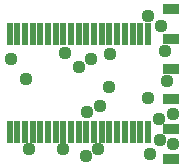
<source format=gbs>
G75*
G70*
%OFA0B0*%
%FSLAX24Y24*%
%IPPOS*%
%LPD*%
%AMOC8*
5,1,8,0,0,1.08239X$1,22.5*
%
%ADD10R,0.0580X0.0330*%
%ADD11R,0.0218X0.0751*%
%ADD12C,0.0437*%
D10*
X009601Y000448D03*
X009601Y001448D03*
X009601Y002448D03*
X009601Y003448D03*
X009601Y004448D03*
X009601Y005448D03*
D11*
X004238Y001366D03*
X004494Y001366D03*
X004749Y001366D03*
X005005Y001366D03*
X005261Y001366D03*
X005517Y001366D03*
X005773Y001366D03*
X006029Y001366D03*
X006285Y001366D03*
X006541Y001366D03*
X006797Y001366D03*
X007053Y001366D03*
X007309Y001366D03*
X007564Y001366D03*
X007820Y001366D03*
X008076Y001366D03*
X008332Y001366D03*
X008588Y001366D03*
X008844Y001366D03*
X008844Y004610D03*
X008588Y004610D03*
X008332Y004610D03*
X008076Y004610D03*
X007820Y004610D03*
X007564Y004610D03*
X007309Y004610D03*
X007053Y004610D03*
X006797Y004610D03*
X006541Y004610D03*
X006285Y004610D03*
X006029Y004610D03*
X005773Y004610D03*
X005517Y004610D03*
X005261Y004610D03*
X005005Y004610D03*
X004749Y004610D03*
X004494Y004610D03*
X004238Y004610D03*
D12*
X004279Y003797D03*
X004782Y003119D03*
X006080Y003978D03*
X006550Y003508D03*
X006931Y003778D03*
X007591Y003938D03*
X009271Y004878D03*
X008851Y005228D03*
X009411Y004038D03*
X009481Y003058D03*
X008861Y002498D03*
X009691Y001938D03*
X009201Y001798D03*
X009231Y001068D03*
X009691Y000938D03*
X008921Y000608D03*
X007171Y000778D03*
X006781Y000558D03*
X006021Y000778D03*
X004881Y000768D03*
X006821Y002008D03*
X007241Y002218D03*
X007531Y002858D03*
M02*

</source>
